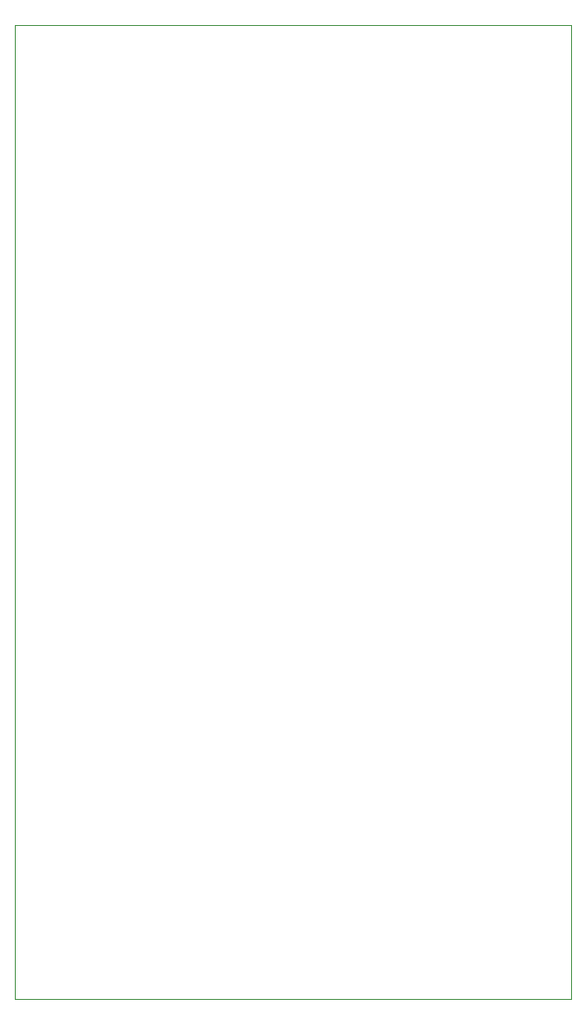
<source format=gbr>
%TF.GenerationSoftware,KiCad,Pcbnew,9.0.0*%
%TF.CreationDate,2025-05-01T21:30:10-04:00*%
%TF.ProjectId,StarterController_Nano,53746172-7465-4724-936f-6e74726f6c6c,rev?*%
%TF.SameCoordinates,Original*%
%TF.FileFunction,Profile,NP*%
%FSLAX46Y46*%
G04 Gerber Fmt 4.6, Leading zero omitted, Abs format (unit mm)*
G04 Created by KiCad (PCBNEW 9.0.0) date 2025-05-01 21:30:10*
%MOMM*%
%LPD*%
G01*
G04 APERTURE LIST*
%TA.AperFunction,Profile*%
%ADD10C,0.100000*%
%TD*%
G04 APERTURE END LIST*
D10*
X94325000Y-42510000D02*
X145125000Y-42510000D01*
X145125000Y-131410000D01*
X94325000Y-131410000D01*
X94325000Y-42510000D01*
M02*

</source>
